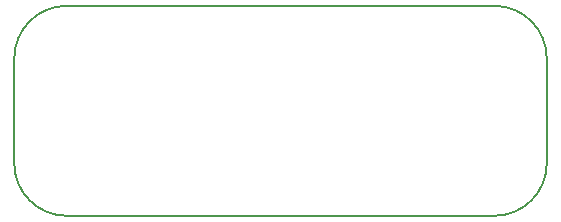
<source format=gko>
%TF.GenerationSoftware,KiCad,Pcbnew,4.0.4+e1-6308~48~ubuntu16.04.1-stable*%
%TF.CreationDate,2016-12-31T16:39:50-08:00*%
%TF.ProjectId,usb-breakout,7573622D627265616B6F75742E6B6963,v1.1*%
%TF.FileFunction,Profile,NP*%
%FSLAX46Y46*%
G04 Gerber Fmt 4.6, Leading zero omitted, Abs format (unit mm)*
G04 Created by KiCad (PCBNEW 4.0.4+e1-6308~48~ubuntu16.04.1-stable) date Sat Dec 31 16:39:50 2016*
%MOMM*%
%LPD*%
G01*
G04 APERTURE LIST*
%ADD10C,0.350000*%
%ADD11C,0.152400*%
G04 APERTURE END LIST*
D10*
D11*
X147320000Y-103505000D02*
X147320000Y-94615000D01*
X102235000Y-103505000D02*
G75*
G03X106680000Y-107950000I4445000J0D01*
G01*
X102235000Y-94615000D02*
X102235000Y-103505000D01*
X106680000Y-90170000D02*
G75*
G03X102235000Y-94615000I0J-4445000D01*
G01*
X106680000Y-107950000D02*
X142875000Y-107950000D01*
X142875000Y-107950000D02*
G75*
G03X147320000Y-103505000I0J4445000D01*
G01*
X147320000Y-94615000D02*
G75*
G03X142875000Y-90170000I-4445000J0D01*
G01*
X106680000Y-90170000D02*
X142875000Y-90170000D01*
M02*

</source>
